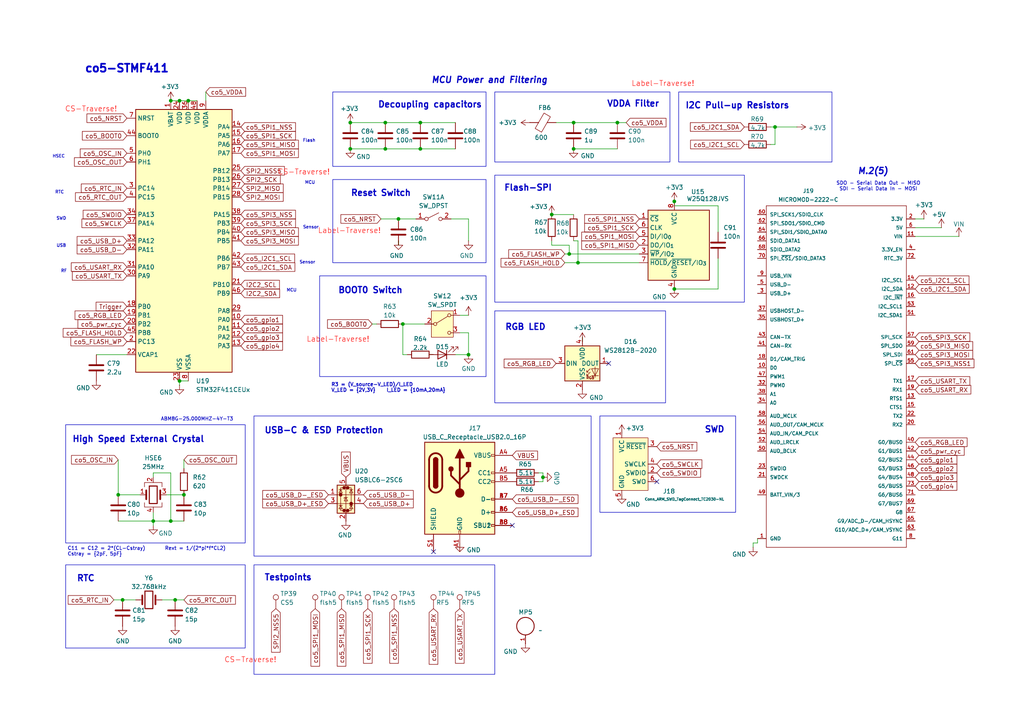
<source format=kicad_sch>
(kicad_sch (version 20250114) (generator "eeschema") (generator_version "9.0")
  (paper "A4")
  (rectangle (start 143.51 50.8) (end 215.9 87.63))
  (rectangle (start 19.05 123.19) (end 71.12 157.48))
  (rectangle (start 96.52 52.07) (end 140.97 76.2))
  (rectangle (start 196.85 26.67) (end 241.3 46.99))
  (rectangle (start 73.66 163.83) (end 143.51 195.58))
  (rectangle (start 143.51 90.17) (end 193.04 116.84))
  (rectangle (start 19.05 163.83) (end 71.12 187.96))
  (rectangle (start 173.99 120.65) (end 213.36 148.59))
  (rectangle (start 96.52 26.67) (end 140.97 48.26))
  (rectangle (start 143.51 26.67) (end 194.31 46.99))
  (rectangle (start 73.66 120.65) (end 171.45 161.29))
  (rectangle (start 92.71 80.01) (end 140.97 109.22))
  (text "USB\n" (at 17.78 71.374 0) (effects (font (size 0.889 0.889))))
  (text "Flash" (at 89.662 40.894 0) (effects (font (size 0.889 0.889))))
  (text "Reset Switch\n" (at 110.49 56.134 0) (effects (font (size 1.778 1.778) (thickness 0.3556) (bold yes))))
  (text "M.2(5)\n" (at 253.238 49.784 0) (effects (font (size 1.778 1.778) (thickness 0.3556) (bold yes) (italic yes))))
  (text "Testpoints" (at 83.566 167.64 0) (effects (font (size 1.778 1.778) (thickness 0.3556) (bold yes))))
  (text "BOOT0 Switch" (at 107.442 84.328 0) (effects (font (size 1.778 1.778) (thickness 0.3556) (bold yes))))
  (text "R3 = (V_source-V_LED)/I_LED\nV_LED = {2V,3V}	I_LED = {10mA,20mA}" (at 96.012 112.522 0) (effects (font (size 1.016 1.016) (thickness 0.2032) (bold yes)) (justify left)))
  (text "SDO - Serial Data Out - MISO\nSDI - Serial Data In - MOSI" (at 254.762 54.102 0) (effects (font (size 1.016 1.016))))
  (text "RTC" (at 17.272 55.88 0) (effects (font (size 0.889 0.889))))
  (text "Sensor" (at 89.154 76.2 0) (effects (font (size 0.889 0.889))))
  (text "CS-Traverse!\n" (at 88.138 50.038 0) (effects (font (size 1.524 1.524))))
  (text "Sensor" (at 90.17 66.04 0) (effects (font (size 0.889 0.889))))
  (text "MCU Power and Filtering" (at 141.986 23.368 0) (effects (font (size 1.778 1.778) (thickness 0.3556) (bold yes) (italic yes))))
  (text "MCU" (at 84.582 84.328 0) (effects (font (size 0.889 0.889))))
  (text "ABM8G-25.000MHZ-4Y-T3\n" (at 57.15 121.666 0) (effects (font (size 1.016 1.016) (thickness 0.1588))))
  (text "SWD\n" (at 207.264 124.714 0) (effects (font (size 1.778 1.778) (thickness 0.3556) (bold yes))))
  (text "RF" (at 18.542 78.74 0) (effects (font (size 0.889 0.889))))
  (text "RGB LED" (at 152.4 94.996 0) (effects (font (size 1.778 1.778) (thickness 0.3556) (bold yes))))
  (text "Flash-SPI" (at 153.162 54.61 0) (effects (font (size 1.778 1.778) (thickness 0.3556) (bold yes))))
  (text "co5-STMF411\n\n" (at 36.83 21.844 0) (effects (font (size 2.286 2.286) (thickness 0.508) (bold yes))))
  (text "SWD" (at 17.78 63.5 0) (effects (font (size 0.889 0.889))))
  (text "I2C Pull-up Resistors" (at 213.868 30.734 0) (effects (font (size 1.778 1.778) (thickness 0.3556) (bold yes))))
  (text "Label-Traverse!\n" (at 192.278 24.384 0) (effects (font (size 1.524 1.524))))
  (text "VDDA Filter\n" (at 183.642 30.226 0) (effects (font (size 1.778 1.778) (thickness 0.3556) (bold yes))))
  (text "CS-Traverse!\n" (at 26.416 31.75 0) (effects (font (size 1.524 1.524))))
  (text "RTC\n" (at 24.892 167.894 0) (effects (font (size 1.778 1.778) (thickness 0.3556) (bold yes))))
  (text "CS-Traverse!\n" (at 72.644 191.516 0) (effects (font (size 1.524 1.524))))
  (text "C11 = C12 = 2*(CL-Cstray)	Rext = 1/(2*pi*f*CL2)\nCstray = {2pF, 5pF}" (at 19.558 160.02 0) (effects (font (size 1.016 1.016) (thickness 0.1588)) (justify left)))
  (text "High Speed External Crystal" (at 40.132 127.508 0) (effects (font (size 1.778 1.778) (thickness 0.3556) (bold yes))))
  (text "Decoupling capacitors\n" (at 124.714 30.48 0) (effects (font (size 1.778 1.778) (thickness 0.3556) (bold yes))))
  (text "Label-Traverse!\n" (at 98.044 98.552 0) (effects (font (size 1.524 1.524))))
  (text "USB-C & ESD Protection\n" (at 93.98 124.968 0) (effects (font (size 1.778 1.778) (thickness 0.3556) (bold yes))))
  (text "MCU" (at 89.916 53.086 0) (effects (font (size 0.889 0.889))))
  (text "HSEC" (at 17.018 45.466 0) (effects (font (size 0.889 0.889))))
  (text "Label-Traverse!\n" (at 101.346 67.056 0) (effects (font (size 1.524 1.524))))
  (junction (at 157.48 138.43))
  (junction (at 121.92 43.18))
  (junction (at 101.6 35.56))
  (junction (at 54.61 29.21))
  (junction (at 116.84 93.98))
  (junction (at 35.56 173.99))
  (junction (at 179.07 35.56))
  (junction (at 34.29 143.51))
  (junction (at 135.89 102.87))
  (junction (at 166.37 43.18))
  (junction (at 49.53 29.21))
  (junction (at 44.45 151.13))
  (junction (at 195.58 58.42))
  (junction (at 115.57 63.5))
  (junction (at 52.07 110.49))
  (junction (at 166.37 35.56))
  (junction (at 195.58 83.82))
  (junction (at 101.6 43.18))
  (junction (at 52.07 29.21))
  (junction (at 50.8 173.99))
  (junction (at 165.1 73.66))
  (junction (at 121.92 35.56))
  (junction (at 224.79 36.83))
  (junction (at 111.76 35.56))
  (junction (at 111.76 43.18))
  (junction (at 167.64 76.2))
  (junction (at 49.53 151.13))
  (junction (at 53.34 143.51))
  (junction (at 160.02 62.23))
  (no_connect (at 125.73 160.02))
  (no_connect (at 190.5 139.7))
  (no_connect (at 176.53 105.41))
  (no_connect (at 148.59 152.4))
  (wire (pts (xy 157.48 137.16) (xy 156.21 137.16)))
  (wire (pts (xy 50.8 173.99) (xy 53.34 173.99)))
  (wire (pts (xy 195.58 58.42) (xy 195.58 59.69)))
  (wire (pts (xy 101.6 35.56) (xy 111.76 35.56)))
  (wire (pts (xy 33.02 173.99) (xy 35.56 173.99)))
  (wire (pts (xy 208.28 83.82) (xy 195.58 83.82)))
  (wire (pts (xy 35.56 173.99) (xy 39.37 173.99)))
  (wire (pts (xy 52.07 110.49) (xy 54.61 110.49)))
  (wire (pts (xy 130.81 63.5) (xy 135.89 63.5)))
  (wire (pts (xy 133.35 96.52) (xy 135.89 96.52)))
  (wire (pts (xy 224.79 36.83) (xy 223.52 36.83)))
  (wire (pts (xy 59.69 26.67) (xy 59.69 29.21)))
  (wire (pts (xy 133.35 157.48) (xy 133.35 160.02)))
  (wire (pts (xy 224.79 36.83) (xy 231.14 36.83)))
  (wire (pts (xy 44.45 137.16) (xy 49.53 137.16)))
  (wire (pts (xy 166.37 43.18) (xy 179.07 43.18)))
  (wire (pts (xy 208.28 74.93) (xy 208.28 83.82)))
  (wire (pts (xy 111.76 43.18) (xy 121.92 43.18)))
  (wire (pts (xy 135.89 96.52) (xy 135.89 102.87)))
  (wire (pts (xy 160.02 69.85) (xy 160.02 71.12)))
  (wire (pts (xy 49.53 137.16) (xy 49.53 151.13)))
  (wire (pts (xy 168.91 99.06) (xy 168.91 97.79)))
  (wire (pts (xy 53.34 133.35) (xy 53.34 135.89)))
  (wire (pts (xy 44.45 138.43) (xy 44.45 137.16)))
  (wire (pts (xy 34.29 143.51) (xy 40.64 143.51)))
  (wire (pts (xy 166.37 35.56) (xy 179.07 35.56)))
  (wire (pts (xy 180.34 125.73) (xy 180.34 124.46)))
  (wire (pts (xy 180.34 143.51) (xy 180.34 144.78)))
  (wire (pts (xy 219.71 157.48) (xy 218.44 157.48)))
  (wire (pts (xy 157.48 138.43) (xy 157.48 137.16)))
  (wire (pts (xy 27.94 102.87) (xy 36.83 102.87)))
  (wire (pts (xy 161.29 35.56) (xy 166.37 35.56)))
  (wire (pts (xy 160.02 71.12) (xy 165.1 71.12)))
  (wire (pts (xy 111.76 35.56) (xy 121.92 35.56)))
  (wire (pts (xy 160.02 62.23) (xy 166.37 62.23)))
  (wire (pts (xy 224.79 41.91) (xy 224.79 36.83)))
  (wire (pts (xy 165.1 73.66) (xy 185.42 73.66)))
  (wire (pts (xy 273.05 66.04) (xy 265.43 66.04)))
  (wire (pts (xy 163.83 73.66) (xy 165.1 73.66)))
  (wire (pts (xy 118.11 102.87) (xy 116.84 102.87)))
  (wire (pts (xy 34.29 133.35) (xy 34.29 143.51)))
  (wire (pts (xy 54.61 29.21) (xy 52.07 29.21)))
  (wire (pts (xy 278.13 68.58) (xy 265.43 68.58)))
  (wire (pts (xy 52.07 29.21) (xy 49.53 29.21)))
  (wire (pts (xy 167.64 76.2) (xy 185.42 76.2)))
  (wire (pts (xy 57.15 29.21) (xy 54.61 29.21)))
  (wire (pts (xy 156.21 139.7) (xy 157.48 139.7)))
  (wire (pts (xy 101.6 43.18) (xy 111.76 43.18)))
  (wire (pts (xy 125.73 102.87) (xy 124.46 102.87)))
  (wire (pts (xy 267.97 63.5) (xy 265.43 63.5)))
  (wire (pts (xy 121.92 35.56) (xy 132.08 35.56)))
  (wire (pts (xy 49.53 151.13) (xy 53.34 151.13)))
  (wire (pts (xy 121.92 43.18) (xy 132.08 43.18)))
  (wire (pts (xy 44.45 152.4) (xy 44.45 151.13)))
  (wire (pts (xy 107.95 93.98) (xy 109.22 93.98)))
  (wire (pts (xy 135.89 102.87) (xy 132.08 102.87)))
  (wire (pts (xy 195.58 59.69) (xy 208.28 59.69)))
  (wire (pts (xy 166.37 69.85) (xy 167.64 69.85)))
  (wire (pts (xy 167.64 69.85) (xy 167.64 76.2)))
  (wire (pts (xy 116.84 93.98) (xy 116.84 102.87)))
  (wire (pts (xy 218.44 157.48) (xy 218.44 158.75)))
  (wire (pts (xy 208.28 59.69) (xy 208.28 67.31)))
  (wire (pts (xy 163.83 76.2) (xy 167.64 76.2)))
  (wire (pts (xy 165.1 71.12) (xy 165.1 73.66)))
  (wire (pts (xy 46.99 173.99) (xy 50.8 173.99)))
  (wire (pts (xy 48.26 143.51) (xy 53.34 143.51)))
  (wire (pts (xy 115.57 63.5) (xy 120.65 63.5)))
  (wire (pts (xy 135.89 63.5) (xy 135.89 69.85)))
  (wire (pts (xy 44.45 151.13) (xy 49.53 151.13)))
  (wire (pts (xy 110.49 63.5) (xy 115.57 63.5)))
  (wire (pts (xy 181.61 35.56) (xy 179.07 35.56)))
  (wire (pts (xy 52.07 111.76) (xy 52.07 110.49)))
  (wire (pts (xy 34.29 151.13) (xy 44.45 151.13)))
  (wire (pts (xy 224.79 41.91) (xy 223.52 41.91)))
  (wire (pts (xy 219.71 157.48) (xy 219.71 156.21)))
  (wire (pts (xy 44.45 151.13) (xy 44.45 148.59)))
  (wire (pts (xy 116.84 93.98) (xy 123.19 93.98)))
  (wire (pts (xy 115.57 69.85) (xy 115.57 71.12)))
  (wire (pts (xy 157.48 139.7) (xy 157.48 138.43)))
  (wire (pts (xy 135.89 91.44) (xy 133.35 91.44)))
  (global_label "co5_SPI1_NSS" (shape input) (at 185.42 63.5 180) (property "Intersheetrefs" "${INTERSHEET_REFS}" (effects (hide yes))))
  (global_label "co5_gpio1" (shape input) (at 69.85 92.71 0) (effects (font (thickness 0.1588))) (property "Intersheetrefs" "${INTERSHEET_REFS}" (effects (hide yes))))
  (global_label "co5_I2C1_SDA" (shape input) (at 265.43 83.82 0) (property "Intersheetrefs" "${INTERSHEET_REFS}" (effects (hide yes))))
  (global_label "Trigger" (shape input) (at 36.83 88.9 180) (property "Intersheetrefs" "${INTERSHEET_REFS}" (effects (hide yes))))
  (global_label "co5_NRST" (shape input) (at 190.5 129.54 0) (property "Intersheetrefs" "${INTERSHEET_REFS}" (effects (hide yes))))
  (global_label "co5_FLASH_HOLD" (shape input) (at 36.83 96.52 180) (property "Intersheetrefs" "${INTERSHEET_REFS}" (effects (hide yes))))
  (global_label "co5_SPI1_MOSI" (shape input) (at 91.44 176.53 270) (property "Intersheetrefs" "${INTERSHEET_REFS}" (effects (hide yes))))
  (global_label "co5_SPI3_NSS1" (shape input) (at 265.43 105.41 0) (effects (font (thickness 0.1588))) (property "Intersheetrefs" "${INTERSHEET_REFS}" (effects (hide yes))))
  (global_label "co5_pwr_cyc" (shape input) (at 36.83 93.98 180) (property "Intersheetrefs" "${INTERSHEET_REFS}" (effects (hide yes))))
  (global_label "co5_SWDIO" (shape input) (at 190.5 137.16 0) (property "Intersheetrefs" "${INTERSHEET_REFS}" (effects (hide yes))))
  (global_label "co5_RTC_IN" (shape input) (at 33.02 173.99 180) (property "Intersheetrefs" "${INTERSHEET_REFS}" (effects (hide yes))))
  (global_label "co5_USB_D+" (shape input) (at 36.83 69.85 180) (property "Intersheetrefs" "${INTERSHEET_REFS}" (effects (hide yes))))
  (global_label "co5_SPI3_MOSI" (shape input) (at 265.43 102.87 0) (property "Intersheetrefs" "${INTERSHEET_REFS}" (effects (hide yes))))
  (global_label "co5_USB_D+_ESD" (shape input) (at 95.25 146.05 180) (effects (font (thickness 0.1588))) (property "Intersheetrefs" "${INTERSHEET_REFS}" (effects (hide yes))))
  (global_label "co5_SWDIO" (shape input) (at 36.83 62.23 180) (property "Intersheetrefs" "${INTERSHEET_REFS}" (effects (hide yes))))
  (global_label "co5_SPI1_MISO" (shape input) (at 69.85 41.91 0) (property "Intersheetrefs" "${INTERSHEET_REFS}" (effects (hide yes))))
  (global_label "co5_BOOT0" (shape input) (at 107.95 93.98 180) (effects (font (thickness 0.1588))) (property "Intersheetrefs" "${INTERSHEET_REFS}" (effects (hide yes))))
  (global_label "co5_gpio3" (shape input) (at 69.85 97.79 0) (effects (font (thickness 0.1588))) (property "Intersheetrefs" "${INTERSHEET_REFS}" (effects (hide yes))))
  (global_label "co5_RTC_IN" (shape input) (at 36.83 54.61 180) (property "Intersheetrefs" "${INTERSHEET_REFS}" (effects (hide yes))))
  (global_label "co5_USB_D+" (shape input) (at 105.41 146.05 0) (property "Intersheetrefs" "${INTERSHEET_REFS}" (effects (hide yes))))
  (global_label "SPI2_NSS5" (shape input) (at 69.85 49.53 0) (property "Intersheetrefs" "${INTERSHEET_REFS}" (effects (hide yes))))
  (global_label "co5_FLASH_WP" (shape input) (at 163.83 73.66 180) (property "Intersheetrefs" "${INTERSHEET_REFS}" (effects (hide yes))))
  (global_label "co5_RTC_OUT" (shape input) (at 53.34 173.99 0) (property "Intersheetrefs" "${INTERSHEET_REFS}" (effects (hide yes))))
  (global_label "co5_SPI1_MISO" (shape input) (at 185.42 71.12 180) (property "Intersheetrefs" "${INTERSHEET_REFS}" (effects (hide yes))))
  (global_label "co5_pwr_cyc" (shape input) (at 265.43 130.81 0) (property "Intersheetrefs" "${INTERSHEET_REFS}" (effects (hide yes))))
  (global_label "co5_SPI3_SCK" (shape input) (at 265.43 97.79 0) (effects (font (thickness 0.1588))) (property "Intersheetrefs" "${INTERSHEET_REFS}" (effects (hide yes))))
  (global_label "co5_gpio3" (shape input) (at 265.43 138.43 0) (effects (font (thickness 0.1588))) (property "Intersheetrefs" "${INTERSHEET_REFS}" (effects (hide yes))))
  (global_label "SPI2_SCK" (shape input) (at 69.85 52.07 0) (property "Intersheetrefs" "${INTERSHEET_REFS}" (effects (hide yes))))
  (global_label "co5_VDDA" (shape input) (at 59.69 26.67 0) (property "Intersheetrefs" "${INTERSHEET_REFS}" (effects (hide yes))))
  (global_label "co5_USART_TX" (shape input) (at 36.83 80.01 180) (property "Intersheetrefs" "${INTERSHEET_REFS}" (effects (hide yes))))
  (global_label "SPI2_MOSI" (shape input) (at 69.85 57.15 0) (property "Intersheetrefs" "${INTERSHEET_REFS}" (effects (hide yes))))
  (global_label "co5_SPI1_MOSI" (shape input) (at 69.85 44.45 0) (property "Intersheetrefs" "${INTERSHEET_REFS}" (effects (hide yes))))
  (global_label "co5_USART_RX" (shape input) (at 265.43 113.03 0) (property "Intersheetrefs" "${INTERSHEET_REFS}" (effects (hide yes))))
  (global_label "co5_SPI3_MISO" (shape input) (at 265.43 100.33 0) (property "Intersheetrefs" "${INTERSHEET_REFS}" (effects (hide yes))))
  (global_label "I2C2_SCL" (shape input) (at 69.85 82.55 0) (property "Intersheetrefs" "${INTERSHEET_REFS}" (effects (hide yes))))
  (global_label "co5_RGB_LED" (shape input) (at 265.43 128.27 0) (property "Intersheetrefs" "${INTERSHEET_REFS}" (effects (hide yes))))
  (global_label "co5_FLASH_HOLD" (shape input) (at 163.83 76.2 180) (property "Intersheetrefs" "${INTERSHEET_REFS}" (effects (hide yes))))
  (global_label "VBUS" (shape input) (at 148.59 132.08 0) (effects (font (thickness 0.1588))) (property "Intersheetrefs" "${INTERSHEET_REFS}" (effects (hide yes))))
  (global_label "co5_SPI3_SCK" (shape input) (at 69.85 64.77 0) (property "Intersheetrefs" "${INTERSHEET_REFS}" (effects (hide yes))))
  (global_label "co5_SPI1_SCK" (shape input) (at 106.68 176.53 270) (property "Intersheetrefs" "${INTERSHEET_REFS}" (effects (hide yes))))
  (global_label "co5_gpio2" (shape input) (at 265.43 135.89 0) (effects (font (thickness 0.1588))) (property "Intersheetrefs" "${INTERSHEET_REFS}" (effects (hide yes))))
  (global_label "co5_FLASH_WP" (shape input) (at 36.83 99.06 180) (property "Intersheetrefs" "${INTERSHEET_REFS}" (effects (hide yes))))
  (global_label "co5_SWCLK" (shape input) (at 36.83 64.77 180) (property "Intersheetrefs" "${INTERSHEET_REFS}" (effects (hide yes))))
  (global_label "co5_USART_TX" (shape input) (at 133.35 176.53 270) (property "Intersheetrefs" "${INTERSHEET_REFS}" (effects (hide yes))))
  (global_label "co5_OSC_OUT" (shape input) (at 53.34 133.35 0) (property "Intersheetrefs" "${INTERSHEET_REFS}" (effects (hide yes))))
  (global_label "co5_USB_D-" (shape input) (at 36.83 72.39 180) (property "Intersheetrefs" "${INTERSHEET_REFS}" (effects (hide yes))))
  (global_label "co5_BOOT0" (shape input) (at 36.83 39.37 180) (property "Intersheetrefs" "${INTERSHEET_REFS}" (effects (hide yes))))
  (global_label "co5_VDDA" (shape input) (at 181.61 35.56 0) (property "Intersheetrefs" "${INTERSHEET_REFS}" (effects (hide yes))))
  (global_label "I2C2_SDA" (shape input) (at 69.85 85.09 0) (property "Intersheetrefs" "${INTERSHEET_REFS}" (effects (hide yes))))
  (global_label "co5_OSC_OUT" (shape input) (at 36.83 46.99 180) (property "Intersheetrefs" "${INTERSHEET_REFS}" (effects (hide yes))))
  (global_label "co5_gpio2" (shape input) (at 69.85 95.25 0) (effects (font (thickness 0.1588))) (property "Intersheetrefs" "${INTERSHEET_REFS}" (effects (hide yes))))
  (global_label "co5_USB_D-_ESD" (shape input) (at 95.25 143.51 180) (effects (font (thickness 0.1588))) (property "Intersheetrefs" "${INTERSHEET_REFS}" (effects (hide yes))))
  (global_label "SPI2_NSS5" (shape input) (at 80.01 176.53 270) (property "Intersheetrefs" "${INTERSHEET_REFS}" (effects (hide yes))))
  (global_label "co5_I2C1_SCL" (shape input) (at 69.85 74.93 0) (property "Intersheetrefs" "${INTERSHEET_REFS}" (effects (hide yes))))
  (global_label "co5_gpio4" (shape input) (at 69.85 100.33 0) (effects (font (thickness 0.1588))) (property "Intersheetrefs" "${INTERSHEET_REFS}" (effects (hide yes))))
  (global_label "co5_I2C1_SDA" (shape input) (at 215.9 36.83 180) (effects (font (thickness 0.1588))) (property "Intersheetrefs" "${INTERSHEET_REFS}" (effects (hide yes))))
  (global_label "co5_I2C1_SCL" (shape input) (at 265.43 81.28 0) (property "Intersheetrefs" "${INTERSHEET_REFS}" (effects (hide yes))))
  (global_label "co5_SPI3_MISO" (shape input) (at 69.85 67.31 0) (property "Intersheetrefs" "${INTERSHEET_REFS}" (effects (hide yes))))
  (global_label "co5_SPI1_MISO" (shape input) (at 99.06 176.53 270) (property "Intersheetrefs" "${INTERSHEET_REFS}" (effects (hide yes))))
  (global_label "co5_I2C1_SCL" (shape input) (at 215.9 41.91 180) (property "Intersheetrefs" "${INTERSHEET_REFS}" (effects (hide yes))))
  (global_label "co5_SPI1_SCK" (shape input) (at 185.42 66.04 180) (property "Intersheetrefs" "${INTERSHEET_REFS}" (effects (hide yes))))
  (global_label "SPI2_MISO" (shape input) (at 69.85 54.61 0) (property "Intersheetrefs" "${INTERSHEET_REFS}" (effects (hide yes))))
  (global_label "co5_SWCLK" (shape input) (at 190.5 134.62 0) (property "Intersheetrefs" "${INTERSHEET_REFS}" (effects (hide yes))))
  (global_label "co5_SPI1_MOSI" (shape input) (at 185.42 68.58 180) (property "Intersheetrefs" "${INTERSHEET_REFS}" (effects (hide yes))))
  (global_label "co5_OSC_IN" (shape input) (at 36.83 44.45 180) (property "Intersheetrefs" "${INTERSHEET_REFS}" (effects (hide yes))))
  (global_label "co5_USB_D-_ESD" (shape input) (at 148.59 144.78 0) (effects (font (thickness 0.1588))) (property "Intersheetrefs" "${INTERSHEET_REFS}" (effects (hide yes))))
  (global_label "co5_USB_D+_ESD" (shape input) (at 148.59 148.59 0) (effects (font (thickness 0.1588))) (property "Intersheetrefs" "${INTERSHEET_REFS}" (effects (hide yes))))
  (global_label "co5_RGB_LED" (shape input) (at 161.29 105.41 180) (effects (font (thickness 0.1588))) (property "Intersheetrefs" "${INTERSHEET_REFS}" (effects (hide yes))))
  (global_label "co5_USART_TX" (shape input) (at 265.43 110.49 0) (property "Intersheetrefs" "${INTERSHEET_REFS}" (effects (hide yes))))
  (global_label "co5_USART_RX" (shape input) (at 125.73 176.53 270) (property "Intersheetrefs" "${INTERSHEET_REFS}" (effects (hide yes))))
  (global_label "co5_NRST" (shape input) (at 110.49 63.5 180) (property "Intersheetrefs" "${INTERSHEET_REFS}" (effects (hide yes))))
  (global_label "co5_RGB_LED" (shape input) (at 36.83 91.44 180) (property "Intersheetrefs" "${INTERSHEET_REFS}" (effects (hide yes))))
  (global_label "co5_I2C1_SDA" (shape input) (at 69.85 77.47 0) (property "Intersheetrefs" "${INTERSHEET_REFS}" (effects (hide yes))))
  (global_label "co5_gpio4" (shape input) (at 265.43 140.97 0) (effects (font (thickness 0.1588))) (property "Intersheetrefs" "${INTERSHEET_REFS}" (effects (hide yes))))
  (global_label "co5_USB_D-" (shape input) (at 105.41 143.51 0) (property "Intersheetrefs" "${INTERSHEET_REFS}" (effects (hide yes))))
  (global_label "co5_SPI1_SCK" (shape input) (at 69.85 39.37 0) (effects (font (thickness 0.1588))) (property "Intersheetrefs" "${INTERSHEET_REFS}" (effects (hide yes))))
  (global_label "co5_RTC_OUT" (shape input) (at 36.83 57.15 180) (property "Intersheetrefs" "${INTERSHEET_REFS}" (effects (hide yes))))
  (global_label "co5_SPI1_NSS" (shape input) (at 114.3 176.53 270) (property "Intersheetrefs" "${INTERSHEET_REFS}" (effects (hide yes))))
  (global_label "co5_SPI3_NSS" (shape input) (at 69.85 62.23 0) (property "Intersheetrefs" "${INTERSHEET_REFS}" (effects (hide yes))))
  (global_label "co5_OSC_IN" (shape input) (at 34.29 133.35 180) (property "Intersheetrefs" "${INTERSHEET_REFS}" (effects (hide yes))))
  (global_label "co5_SPI1_NSS" (shape input) (at 69.85 36.83 0) (effects (font (thickness 0.1588))) (property "Intersheetrefs" "${INTERSHEET_REFS}" (effects (hide yes))))
  (global_label "co5_gpio1" (shape input) (at 265.43 133.35 0) (effects (font (thickness 0.1588))) (property "Intersheetrefs" "${INTERSHEET_REFS}" (effects (hide yes))))
  (global_label "co5_SPI3_MOSI" (shape input) (at 69.85 69.85 0) (property "Intersheetrefs" "${INTERSHEET_REFS}" (effects (hide yes))))
  (global_label "VBUS" (shape input) (at 100.33 138.43 90) (effects (font (thickness 0.1588))) (property "Intersheetrefs" "${INTERSHEET_REFS}" (effects (hide yes))))
  (global_label "co5_NRST" (shape input) (at 36.83 34.29 180) (property "Intersheetrefs" "${INTERSHEET_REFS}" (effects (hide yes))))
  (global_label "co5_USART_RX" (shape input) (at 36.83 77.47 180) (property "Intersheetrefs" "${INTERSHEET_REFS}" (effects (hide yes))))
  (symbol (lib_id "Connector:TestPoint") (at 80.01 176.53 0) (unit 1)
    (property "Reference" "TP39" (at 81.28 172.212 0) (effects (justify left)))
    (property "Value" "CS5" (at 81.28 174.752 0) (effects (justify left)))
    (property "Footprint" "TestPoint:TestPoint_Pad_D1.0mm" (effects (hide yes)))
    (property "Description" "test point" (effects (hide yes)))
  )
  (symbol (lib_id "power:GND") (at 133.35 157.48 0) (unit 1)
    (property "Reference" "#PWR0166" (effects (hide yes)))
    (property "Value" "GND" (at 139.446 159.512 0) (effects (justify right)))
    (property "Description" "Power symbol creates a global label with name \"GND\" , ground" (effects (hide yes)))
  )
  (symbol (lib_id "power:GND") (at 35.56 181.61 0) (unit 1)
    (property "Reference" "#PWR0157" (effects (hide yes)))
    (property "Value" "GND" (at 35.56 185.928 0))
    (property "Description" "Power symbol creates a global label with name \"GND\" , ground" (effects (hide yes)))
  )
  (symbol (lib_id "Connector:TestPoint") (at 114.3 176.53 0) (unit 1)
    (property "Reference" "TP43" (at 115.57 172.212 0) (effects (justify left)))
    (property "Value" "flsh5" (at 115.57 174.752 0) (effects (justify left)))
    (property "Footprint" "TestPoint:TestPoint_Pad_D1.0mm" (effects (hide yes)))
    (property "Description" "test point" (effects (hide yes)))
  )
  (symbol (lib_id "power:GND") (at 152.4 186.69 0) (unit 1)
    (property "Reference" "#PWR0221" (effects (hide yes)))
    (property "Value" "GND" (at 148.082 188.976 0))
    (property "Description" "Power symbol creates a global label with name \"GND\" , ground" (effects (hide yes)))
  )
  (symbol (lib_id "power:+3V3") (at 168.91 99.06 0) (mirror y) (unit 1)
    (property "Reference" "#PWR0174" (effects (hide yes)))
    (property "Value" "+3V3" (at 168.91 94.996 0))
    (property "Description" "Power symbol creates a global label with name \"+3V3\"" (effects (hide yes)))
  )
  (symbol (lib_id "power:GND") (at 135.89 102.87 0) (unit 1)
    (property "Reference" "#PWR0169" (effects (hide yes)))
    (property "Value" "GND" (at 135.89 106.934 0))
    (property "Description" "Power symbol creates a global label with name \"GND\" , ground" (effects (hide yes)))
  )
  (symbol (lib_id "power:+3V3") (at 160.02 62.23 0) (unit 1)
    (property "Reference" "#PWR0172" (effects (hide yes)))
    (property "Value" "+3V3" (at 156.21 59.944 0))
    (property "Description" "Power symbol creates a global label with name \"+3V3\"" (effects (hide yes)))
  )
  (symbol (lib_id "Device:R") (at 113.03 93.98 90) (unit 1)
    (property "Reference" "R63" (at 113.03 88.9 90))
    (property "Value" "10k" (at 113.03 91.44 90))
    (property "Footprint" "Resistor_SMD:R_0402_1005Metric" (effects (hide yes)))
    (property "Description" "Resistor" (effects (hide yes)))
  )
  (symbol (lib_id "Connector:TestPoint") (at 106.68 176.53 0) (unit 1)
    (property "Reference" "TP42" (at 107.95 172.212 0) (effects (justify left)))
    (property "Value" "flsh5" (at 107.95 174.752 0) (effects (justify left)))
    (property "Footprint" "TestPoint:TestPoint_Pad_D1.0mm" (effects (hide yes)))
    (property "Description" "test point" (effects (hide yes)))
  )
  (symbol (lib_id "power:+3V3") (at 195.58 58.42 0) (unit 1)
    (property "Reference" "#PWR0178" (effects (hide yes)))
    (property "Value" "+3V3" (at 195.58 54.356 0))
    (property "Description" "Power symbol creates a global label with name \"+3V3\"" (effects (hide yes)))
  )
  (symbol (lib_id "Device:C") (at 50.8 177.8 0) (unit 1)
    (property "Reference" "C82" (at 53.594 177.038 0) (effects (justify left)))
    (property "Value" "15p" (at 53.594 179.578 0) (effects (justify left)))
    (property "Footprint" "Capacitor_SMD:C_0402_1005Metric" (effects (hide yes)))
    (property "Description" "Unpolarized capacitor" (effects (hide yes)))
  )
  (symbol (lib_id "Device:FerriteBead") (at 157.48 35.56 90) (unit 1)
    (property "Reference" "FB6" (at 157.988 31.242 90))
    (property "Value" "600" (at 156.972 39.878 90))
    (property "Footprint" "Inductor_SMD:L_0402_1005Metric" (effects (hide yes)))
    (property "Description" "Ferrite bead" (effects (hide yes)))
  )
  (symbol (lib_id "power:+3V3") (at 273.05 66.04 0) (unit 1)
    (property "Reference" "#PWR0183" (effects (hide yes)))
    (property "Value" "+5V" (at 272.288 62.23 0))
    (property "Description" "Power symbol creates a global label with name \"+3V3\"" (effects (hide yes)))
  )
  (symbol (lib_id "Device:R") (at 219.71 41.91 270) (unit 1)
    (property "Reference" "R70" (at 217.678 39.624 90) (effects (justify left)))
    (property "Value" "4.7k" (at 217.678 42.164 90) (effects (justify left)))
    (property "Footprint" "Resistor_SMD:R_0402_1005Metric" (effects (hide yes)))
    (property "Description" "Resistor" (effects (hide yes)))
  )
  (symbol (lib_id "Device:C") (at 35.56 177.8 0) (unit 1)
    (property "Reference" "C81" (at 38.354 177.038 0) (effects (justify left)))
    (property "Value" "15p" (at 38.354 179.578 0) (effects (justify left)))
    (property "Footprint" "Capacitor_SMD:C_0402_1005Metric" (effects (hide yes)))
    (property "Description" "Unpolarized capacitor" (effects (hide yes)))
  )
  (symbol (lib_id "power:GND") (at 52.07 111.76 0) (unit 1)
    (property "Reference" "#PWR0161" (effects (hide yes)))
    (property "Value" "GND" (at 48.26 113.792 0))
    (property "Description" "Power symbol creates a global label with name \"GND\" , ground" (effects (hide yes)))
  )
  (symbol (lib_id "Device:C") (at 132.08 39.37 0) (unit 1)
    (property "Reference" "C88" (at 134.366 38.1 0) (effects (justify left)))
    (property "Value" "100n" (at 134.366 40.64 0) (effects (justify left)))
    (property "Footprint" "Capacitor_SMD:C_0402_1005Metric" (effects (hide yes)))
    (property "Description" "Unpolarized capacitor" (effects (hide yes)))
  )
  (symbol (lib_id "WA-SMSI_9774XXX151:WA-SMSI_9774XXX151") (at 152.4 181.61 90) (unit 1)
    (property "Reference" "MP5" (at 150.368 177.546 90) (effects (justify right)))
    (property "Value" "~" (at 156.21 182.88 90) (effects (justify right)))
    (property "Footprint" "WA-SMSI_9774XXX151:WA-SMSI_9774025151" (effects (hide yes)))
    (property "Check_prices" "https://www.snapeda.com/parts/9774025151R/W%25C3%25BCrth+Elektronik+Midcom/view-part/?ref=eda" (effects (hide yes)))
    (property "MF" "Würth Elektronik" (effects (hide yes)))
    (property "THREAD" "M2.5" (effects (hide yes)))
    (property "INNER-DIAMETER" "3.5mm" (effects (hide yes)))
    (property "Package" "None" (effects (hide yes)))
    (property "Price" "None" (effects (hide yes)))
    (property "PIN-LENGTH" "2.5mm" (effects (hide yes)))
    (property "INNER-THREAD-LENGTH" "-" (effects (hide yes)))
    (property "VALUE" "M2.5 x 2.5mm" (effects (hide yes)))
    (property "Availability" "In Stock" (effects (hide yes)))
    (property "SnapEDA_Link" "https://www.snapeda.com/parts/9774025151R/W%25C3%25BCrth+Elektronik+Midcom/view-part/?ref=snap" (effects (hide yes)))
    (property "DATASHEET-URL" "https://www.we-online.com/catalog/datasheet/9774025151R.pdf" (effects (hide yes)))
    (property "MP" "9774025151R" (effects (hide yes)))
    (property "PART-NUMBER" "9774025151R" (effects (hide yes)))
    (property "OUTER-DIAMETER" "5.1mm" (effects (hide yes)))
    (property "Description_1" "Round Standoff Threaded M2.5x0.45 Steel 0.098 (2.50mm) -" (effects (hide yes)))
  )
  (symbol (lib_id "Connector:TestPoint") (at 133.35 176.53 0) (unit 1)
    (property "Reference" "TP45" (at 134.62 172.212 0) (effects (justify left)))
    (property "Value" "RF5" (at 133.858 174.752 0) (effects (justify left)))
    (property "Footprint" "TestPoint:TestPoint_Pad_D1.0mm" (effects (hide yes)))
    (property "Description" "test point" (effects (hide yes)))
  )
  (symbol (lib_id "Device:C") (at 53.34 147.32 0) (unit 1)
    (property "Reference" "C83" (at 56.134 146.304 0) (effects (justify left)))
    (property "Value" "10p" (at 56.134 148.844 0) (effects (justify left)))
    (property "Footprint" "Capacitor_SMD:C_0402_1005Metric" (effects (hide yes)))
    (property "Description" "Unpolarized capacitor" (effects (hide yes)))
  )
  (symbol (lib_id "power:+3V3") (at 135.89 91.44 0) (unit 1)
    (property "Reference" "#PWR0168" (effects (hide yes)))
    (property "Value" "+3V3" (at 135.89 86.36 0))
    (property "Description" "Power symbol creates a global label with name \"+3V3\"" (effects (hide yes)))
  )
  (symbol (lib_id "power:+3V3") (at 153.67 35.56 90) (unit 1)
    (property "Reference" "#PWR0170" (effects (hide yes)))
    (property "Value" "+3V3" (at 149.86 35.5599 90) (effects (justify left)))
    (property "Description" "Power symbol creates a global label with name \"+3V3\"" (effects (hide yes)))
  )
  (symbol (lib_id "power:GND") (at 180.34 143.51 0) (unit 1)
    (property "Reference" "#PWR0177" (effects (hide yes)))
    (property "Value" "GND" (at 183.642 146.304 0))
    (property "Description" "Power symbol creates a global label with name \"GND\" , ground" (effects (hide yes)))
  )
  (symbol (lib_id "power:GND") (at 166.37 43.18 0) (unit 1)
    (property "Reference" "#PWR0173" (effects (hide yes)))
    (property "Value" "GND" (at 170.434 45.212 0))
    (property "Description" "Power symbol creates a global label with name \"GND\" , ground" (effects (hide yes)))
  )
  (symbol (lib_id "power:GND") (at 27.94 110.49 0) (unit 1)
    (property "Reference" "#PWR0156" (effects (hide yes)))
    (property "Value" "GND" (at 24.13 112.522 0))
    (property "Description" "Power symbol creates a global label with name \"GND\" , ground" (effects (hide yes)))
  )
  (symbol (lib_id "Device:Crystal") (at 43.18 173.99 0) (unit 1)
    (property "Reference" "Y6" (at 43.18 167.64 0))
    (property "Value" "32.768kHz" (at 43.18 170.18 0))
    (property "Footprint" "Crystal:Crystal_SMD_3215-2Pin_3.2x1.5mm" (effects (hide yes)))
    (property "Description" "Two pin crystal" (effects (hide yes)))
  )
  (symbol (lib_id "Device:R") (at 121.92 102.87 90) (unit 1)
    (property "Reference" "R64" (at 121.92 98.298 90))
    (property "Value" "2.2k" (at 121.92 100.838 90))
    (property "Footprint" "Resistor_SMD:R_0603_1608Metric" (effects (hide yes)))
    (property "Description" "Resistor" (effects (hide yes)))
  )
  (symbol (lib_id "Power_Protection:USBLC6-2SC6") (at 100.33 143.51 0) (unit 1)
    (property "Reference" "U20" (at 102.87 136.652 0) (effects (justify left)))
    (property "Value" "USBLC6-2SC6" (at 102.87 139.192 0) (effects (justify left)))
    (property "Footprint" "Package_TO_SOT_SMD:SOT-23-6" (effects (hide yes)))
    (property "Datasheet" "https://www.st.com/resource/en/datasheet/usblc6-2.pdf" (effects (hide yes)))
    (property "Description" "Very low capacitance ESD protection diode, 2 data-line, SOT-23-6" (effects (hide yes)))
  )
  (symbol (lib_id "power:GND") (at 168.91 113.03 0) (unit 1)
    (property "Reference" "#PWR0175" (effects (hide yes)))
    (property "Value" "GND" (at 172.974 115.316 0))
    (property "Description" "Power symbol creates a global label with name \"GND\" , ground" (effects (hide yes)))
  )
  (symbol (lib_id "Device:C") (at 34.29 147.32 0) (unit 1)
    (property "Reference" "C80" (at 36.83 146.304 0) (effects (justify left)))
    (property "Value" "10p" (at 36.83 148.844 0) (effects (justify left)))
    (property "Footprint" "Capacitor_SMD:C_0402_1005Metric" (effects (hide yes)))
    (property "Description" "Unpolarized capacitor" (effects (hide yes)))
  )
  (symbol (lib_id "Connector:USB_C_Receptacle_USB2.0_16P") (at 133.35 147.32 0) (unit 1)
    (property "Reference" "J17" (at 137.668 124.206 0))
    (property "Value" "USB_C_Receptacle_USB2.0_16P" (at 137.668 126.746 0))
    (property "Footprint" "Connector_USB:USB_C_Receptacle_G-Switch_GT-USB-7051x" (effects (hide yes)))
    (property "Datasheet" "https://www.usb.org/sites/default/files/documents/usb_type-c.zip" (effects (hide yes)))
    (property "Description" "USB 2.0-only 16P Type-C Receptacle connector" (effects (hide yes)))
  )
  (symbol (lib_id "MCU_ST_STM32F4:STM32F411CEUx") (at 52.07 69.85 0) (unit 1)
    (property "Reference" "U19" (at 56.8041 110.49 0) (effects (justify left)))
    (property "Value" "STM32F411CEUx" (at 56.8041 113.03 0) (effects (justify left)))
    (property "Footprint" "Package_DFN_QFN:QFN-48-1EP_7x7mm_P0.5mm_EP5.6x5.6mm" (effects (hide yes)))
    (property "Datasheet" "https://www.st.com/resource/en/datasheet/stm32f411ce.pdf" (effects (hide yes)))
    (property "Description" "STMicroelectronics Arm Cortex-M4 MCU, 512KB flash, 128KB RAM, 100 MHz, 1.7-3.6V, 36 GPIO, UFQFPN48" (effects (hide yes)))
  )
  (symbol (lib_id "LED:WS2812B-2020") (at 168.91 105.41 0) (unit 1)
    (property "Reference" "D16" (at 182.88 99.0914 0))
    (property "Value" "WS2812B-2020" (at 182.88 101.6314 0))
    (property "Footprint" "LED_SMD:LED_WS2812B-2020_PLCC4_2.0x2.0mm" (effects (hide yes)))
    (property "Datasheet" "https://cdn-shop.adafruit.com/product-files/4684/4684_WS2812B-2020_V1.3_EN.pdf" (effects (hide yes)))
    (property "Description" "RGB LED with integrated controller, 2.0 x 2.0 mm, 12 mA" (effects (hide yes)))
  )
  (symbol (lib_id "power:GND") (at 100.33 151.13 0) (unit 1)
    (property "Reference" "#PWR0162" (effects (hide yes)))
    (property "Value" "GND" (at 102.108 155.194 0) (effects (justify right)))
    (property "Description" "Power symbol creates a global label with name \"GND\" , ground" (effects (hide yes)))
  )
  (symbol (lib_id "Connector:TestPoint") (at 99.06 176.53 0) (unit 1)
    (property "Reference" "TP41" (at 100.33 172.212 0) (effects (justify left)))
    (property "Value" "flsh5" (at 100.33 174.752 0) (effects (justify left)))
    (property "Footprint" "TestPoint:TestPoint_Pad_D1.0mm" (effects (hide yes)))
    (property "Description" "test point" (effects (hide yes)))
  )
  (symbol (lib_id "power:GND") (at 157.48 138.43 90) (unit 1)
    (property "Reference" "#PWR0171" (effects (hide yes)))
    (property "Value" "GND" (at 161.544 136.652 0) (effects (justify right)))
    (property "Description" "Power symbol creates a global label with name \"GND\" , ground" (effects (hide yes)))
  )
  (symbol (lib_id "power:GND") (at 44.45 152.4 0) (unit 1)
    (property "Reference" "#PWR0158" (effects (hide yes)))
    (property "Value" "GND" (at 48.006 154.686 0))
    (property "Description" "Power symbol creates a global label with name \"GND\" , ground" (effects (hide yes)))
  )
  (symbol (lib_id "Device:C") (at 179.07 39.37 0) (unit 1)
    (property "Reference" "C90" (at 182.118 38.1 0) (effects (justify left)))
    (property "Value" "100n" (at 182.118 40.64 0) (effects (justify left)))
    (property "Footprint" "Capacitor_SMD:C_0402_1005Metric" (effects (hide yes)))
    (property "Description" "Unpolarized capacitor" (effects (hide yes)))
  )
  (symbol (lib_id "Connector:TestPoint") (at 91.44 176.53 0) (unit 1)
    (property "Reference" "TP40" (at 92.71 172.212 0) (effects (justify left)))
    (property "Value" "flsh5" (at 92.71 174.752 0) (effects (justify left)))
    (property "Footprint" "TestPoint:TestPoint_Pad_D1.0mm" (effects (hide yes)))
    (property "Description" "test point" (effects (hide yes)))
  )
  (symbol (lib_id "SparkFun-MicroMod:MICROMOD-2222-C") (at 242.57 113.03 0) (unit 1)
    (property "Reference" "J19" (at 234.442 55.372 0) (effects (font (size 1.143 1.143))))
    (property "Value" "MICROMOD-2222-C" (at 234.442 57.912 0) (effects (font (size 1.143 1.143))))
    (property "Footprint" "mdot2:TE_2199119-4" (effects (hide yes)))
  )
  (symbol (lib_id "Connector:TestPoint") (at 125.73 176.53 0) (unit 1)
    (property "Reference" "TP44" (at 127 172.212 0) (effects (justify left)))
    (property "Value" "RF5" (at 126.492 174.752 0) (effects (justify left)))
    (property "Footprint" "TestPoint:TestPoint_Pad_D1.0mm" (effects (hide yes)))
    (property "Description" "test point" (effects (hide yes)))
  )
  (symbol (lib_id "power:GND") (at 101.6 43.18 0) (unit 1)
    (property "Reference" "#PWR0164" (effects (hide yes)))
    (property "Value" "GND" (at 105.41 45.466 0))
    (property "Description" "Power symbol creates a global label with name \"GND\" , ground" (effects (hide yes)))
  )
  (symbol (lib_id "power:GND") (at 135.89 69.85 0) (unit 1)
    (property "Reference" "#PWR0167" (effects (hide yes)))
    (property "Value" "GND" (at 137.414 74.168 0) (effects (justify right)))
    (property "Description" "Power symbol creates a global label with name \"GND\" , ground" (effects (hide yes)))
  )
  (symbol (lib_id "Device:R") (at 219.71 36.83 270) (unit 1)
    (property "Reference" "R69" (at 217.678 34.544 90) (effects (justify left)))
    (property "Value" "4.7k" (at 217.678 37.084 90) (effects (justify left)))
    (property "Footprint" "Resistor_SMD:R_0402_1005Metric" (effects (hide yes)))
    (property "Description" "Resistor" (effects (hide yes)))
  )
  (symbol (lib_id "Device:R") (at 160.02 66.04 0) (unit 1)
    (property "Reference" "R67" (at 154.94 64.516 0) (effects (justify left)))
    (property "Value" "10k" (at 154.94 67.056 0) (effects (justify left)))
    (property "Footprint" "Resistor_SMD:R_0402_1005Metric" (effects (hide yes)))
    (property "Description" "Resistor" (effects (hide yes)))
  )
  (symbol (lib_id "Device:Crystal_GND24") (at 44.45 143.51 0) (unit 1)
    (property "Reference" "HSE6" (at 44.45 132.842 0))
    (property "Value" "25MHz" (at 44.45 135.382 0))
    (property "Footprint" "Crystal:Crystal_SMD_Abracon_ABM8G-4Pin_3.2x2.5mm" (effects (hide yes)))
    (property "Description" "Four pin crystal, GND on pins 2 and 4" (effects (hide yes)))
  )
  (symbol (lib_id "Switch:SW_SPDT") (at 128.27 93.98 0) (unit 1)
    (property "Reference" "SW12" (at 128.27 85.852 0))
    (property "Value" "SW_SPDT" (at 128.27 88.392 0))
    (property "Footprint" "CJS-1200TA:SW_CJS-1200TA" (effects (hide yes)))
    (property "Description" "Switch, single pole double throw" (effects (hide yes)))
  )
  (symbol (lib_id "power:GND") (at 115.57 69.85 0) (unit 1)
    (property "Reference" "#PWR0165" (effects (hide yes)))
    (property "Value" "GND" (at 117.094 74.168 0) (effects (justify right)))
    (property "Description" "Power symbol creates a global label with name \"GND\" , ground" (effects (hide yes)))
  )
  (symbol (lib_id "Device:R") (at 152.4 137.16 270) (unit 1)
    (property "Reference" "R65" (at 150.368 134.62 90) (effects (justify left)))
    (property "Value" "5.1k" (at 150.368 137.16 90) (effects (justify left)))
    (property "Footprint" "Resistor_SMD:R_0402_1005Metric" (effects (hide yes)))
    (property "Description" "Resistor" (effects (hide yes)))
  )
  (symbol (lib_id "power:GND") (at 195.58 83.82 0) (unit 1)
    (property "Reference" "#PWR0179" (effects (hide yes)))
    (property "Value" "GND" (at 191.262 86.106 0))
    (property "Description" "Power symbol creates a global label with name \"GND\" , ground" (effects (hide yes)))
  )
  (symbol (lib_id "power:+3V3") (at 267.97 63.5 0) (unit 1)
    (property "Reference" "#PWR0182" (effects (hide yes)))
    (property "Value" "+3V3" (at 267.97 59.436 0))
    (property "Description" "Power symbol creates a global label with name \"+3V3\"" (effects (hide yes)))
  )
  (symbol (lib_id "Device:C") (at 208.28 71.12 0) (unit 1)
    (property "Reference" "C91" (at 209.804 66.04 0) (effects (justify left)))
    (property "Value" "100n" (at 209.804 68.58 0) (effects (justify left)))
    (property "Footprint" "Capacitor_SMD:C_0402_1005Metric" (effects (hide yes)))
    (property "Description" "Unpolarized capacitor" (effects (hide yes)))
  )
  (symbol (lib_id "power:+3V3") (at 101.6 35.56 0) (unit 1)
    (property "Reference" "#PWR0163" (effects (hide yes)))
    (property "Value" "+3V3" (at 101.346 31.496 0))
    (property "Description" "Power symbol creates a global label with name \"+3V3\"" (effects (hide yes)))
  )
  (symbol (lib_id "Device:C") (at 115.57 67.31 0) (unit 1)
    (property "Reference" "C86" (at 118.872 66.548 0) (effects (justify left)))
    (property "Value" "100n" (at 118.872 69.088 0) (effects (justify left)))
    (property "Footprint" "Capacitor_SMD:C_0402_1005Metric" (effects (hide yes)))
    (property "Description" "Unpolarized capacitor" (effects (hide yes)))
  )
  (symbol (lib_id "power:+3V3") (at 180.34 125.73 0) (unit 1)
    (property "Reference" "#PWR0176" (effects (hide yes)))
    (property "Value" "+3V3" (at 184.15 124.206 0))
    (property "Description" "Power symbol creates a global label with name \"+3V3\"" (effects (hide yes)))
  )
  (symbol (lib_id "Connector:Conn_ARM_SWD_TagConnect_TC2030-NL") (at 182.88 134.62 0) (unit 1) (in_bom no)
    (property "Reference" "J18" (at 195.834 142.494 0) (effects (justify right)))
    (property "Value" "Conn_ARM_SWD_TagConnect_TC2030-NL" (at 210.058 144.78 0) (effects (font (size 0.762 0.762)) (justify right)))
    (property "Footprint" "Connector:Tag-Connect_TC2030-IDC-NL_2x03_P1.27mm_Vertical" (effects (hide yes)))
    (property "Datasheet" "https://www.tag-connect.com/wp-content/uploads/bsk-pdf-manager/TC2030-CTX_1.pdf" (effects (hide yes)))
    (property "Description" "Tag-Connect ARM Cortex SWD JTAG connector, 6 pin, no legs" (effects (hide yes)))
  )
  (symbol (lib_id "power:+3V3") (at 231.14 36.83 270) (unit 1)
    (property "Reference" "#PWR0181" (effects (hide yes)))
    (property "Value" "+3V3" (at 236.982 37.084 90))
    (property "Description" "Power symbol creates a global label with name \"+3V3\"" (effects (hide yes)))
  )
  (symbol (lib_id "power:GND") (at 50.8 181.61 0) (unit 1)
    (property "Reference" "#PWR0160" (effects (hide yes)))
    (property "Value" "GND" (at 50.8 185.928 0))
    (property "Description" "Power symbol creates a global label with name \"GND\" , ground" (effects (hide yes)))
  )
  (symbol (lib_id "power:+3V3") (at 278.13 68.58 0) (unit 1)
    (property "Reference" "#PWR0184" (effects (hide yes)))
    (property "Value" "VIN" (at 278.13 65.024 0))
    (property "Description" "Power symbol creates a global label with name \"+3V3\"" (effects (hide yes)))
  )
  (symbol (lib_id "Switch:SW_DPST_x2") (at 125.73 63.5 0) (unit 1)
    (property "Reference" "SW11" (at 125.73 57.15 0))
    (property "Value" "SW_DPST" (at 125.73 59.69 0))
    (property "Footprint" "Button_Switch_SMD:SW_SPST_B3U-1000P" (effects (hide yes)))
    (property "Description" "Single Pole Single Throw (SPST) switch, separate symbol" (effects (hide yes)))
  )
  (symbol (lib_id "Device:C") (at 101.6 39.37 0) (unit 1)
    (property "Reference" "C84" (at 104.648 38.1 0) (effects (justify left)))
    (property "Value" "100n" (at 104.648 40.64 0) (effects (justify left)))
    (property "Footprint" "Capacitor_SMD:C_0402_1005Metric" (effects (hide yes)))
    (property "Description" "Unpolarized capacitor" (effects (hide yes)))
  )
  (symbol (lib_id "Device:C") (at 166.37 39.37 0) (unit 1)
    (property "Reference" "C89" (at 169.418 38.1 0) (effects (justify left)))
    (property "Value" "1u" (at 169.418 40.64 0) (effects (justify left)))
    (property "Footprint" "Capacitor_SMD:C_0603_1608Metric" (effects (hide yes)))
    (property "Description" "Unpolarized capacitor" (effects (hide yes)))
  )
  (symbol (lib_id "Device:LED") (at 128.27 102.87 180) (unit 1)
    (property "Reference" "D15" (at 128.27 100.584 0))
    (property "Value" "LED" (at 128.27 105.664 0))
    (property "Footprint" "LED_SMD:LED_0603_1608Metric" (effects (hide yes)))
    (property "Description" "Light emitting diode" (effects (hide yes)))
  )
  (symbol (lib_id "Device:C") (at 27.94 106.68 0) (unit 1)
    (property "Reference" "C79" (at 30.988 105.41 0) (effects (justify left)))
    (property "Value" "2.2u" (at 30.988 107.95 0) (effects (justify left)))
    (property "Footprint" "Capacitor_SMD:C_0603_1608Metric" (effects (hide yes)))
    (property "Description" "Unpolarized capacitor" (effects (hide yes)))
  )
  (symbol (lib_id "Device:R") (at 152.4 139.7 270) (unit 1)
    (property "Reference" "R66" (at 150.876 141.986 90) (effects (justify left)))
    (property "Value" "5.1k" (at 150.368 139.7 90) (effects (justify left)))
    (property "Footprint" "Resistor_SMD:R_0402_1005Metric" (effects (hide yes)))
    (property "Description" "Resistor" (effects (hide yes)))
  )
  (symbol (lib_id "Memory_Flash:W25Q128JVS") (at 195.58 71.12 0) (unit 1)
    (property "Reference" "U15" (at 200.406 55.626 0) (effects (justify left)))
    (property "Value" "W25Q128JVS" (at 199.136 57.658 0) (effects (justify left)))
    (property "Footprint" "Package_SO:SOIC-8_5.3x5.3mm_P1.27mm" (effects (hide yes)))
    (property "Datasheet" "https://www.winbond.com/resource-files/w25q128jv_dtr%20revc%2003272018%20plus.pdf" (effects (hide yes)))
    (property "Description" "128Mbit / 16MiB Serial Flash Memory, Standard/Dual/Quad SPI, 2.7-3.6V, SOIC-8" (effects (hide yes)))
  )
  (symbol (lib_id "power:GND") (at 218.44 158.75 0) (unit 1)
    (property "Reference" "#PWR0180" (effects (hide yes)))
    (property "Value" "GND" (at 214.376 160.782 0))
    (property "Description" "Power symbol creates a global label with name \"GND\" , ground" (effects (hide yes)))
  )
  (symbol (lib_id "Device:C") (at 121.92 39.37 0) (unit 1)
    (property "Reference" "C87" (at 124.968 38.1 0) (effects (justify left)))
    (property "Value" "100n" (at 124.968 40.64 0) (effects (justify left)))
    (property "Footprint" "Capacitor_SMD:C_0402_1005Metric" (effects (hide yes)))
    (property "Description" "Unpolarized capacitor" (effects (hide yes)))
  )
  (symbol (lib_id "Device:C") (at 111.76 39.37 0) (unit 1)
    (property "Reference" "C85" (at 114.808 38.1 0) (effects (justify left)))
    (property "Value" "100n" (at 114.808 40.64 0) (effects (justify left)))
    (property "Footprint" "Capacitor_SMD:C_0402_1005Metric" (effects (hide yes)))
    (property "Description" "Unpolarized capacitor" (effects (hide yes)))
  )
  (symbol (lib_id "Device:R") (at 53.34 139.7 0) (unit 1)
    (property "Reference" "R62" (at 55.88 138.4299 0) (effects (justify left)))
    (property "Value" "620" (at 55.88 140.9699 0) (effects (justify left)))
    (property "Footprint" "Resistor_SMD:R_0402_1005Metric" (effects (hide yes)))
    (property "Description" "Resistor" (effects (hide yes)))
  )
  (symbol (lib_id "Device:R") (at 166.37 66.04 0) (unit 1)
    (property "Reference" "R68" (at 161.29 64.77 0) (effects (justify left)))
    (property "Value" "10k" (at 161.29 67.31 0) (effects (justify left)))
    (property "Footprint" "Resistor_SMD:R_0402_1005Metric" (effects (hide yes)))
    (property "Description" "Resistor" (effects (hide yes)))
  )
  (symbol (lib_id "power:+3V3") (at 49.53 29.21 0) (unit 1)
    (property "Reference" "#PWR0159" (effects (hide yes)))
    (property "Value" "+3V3" (at 49.276 25.146 0))
    (property "Description" "Power symbol creates a global label with name \"+3V3\"" (effects (hide yes)))
  )
)
</source>
